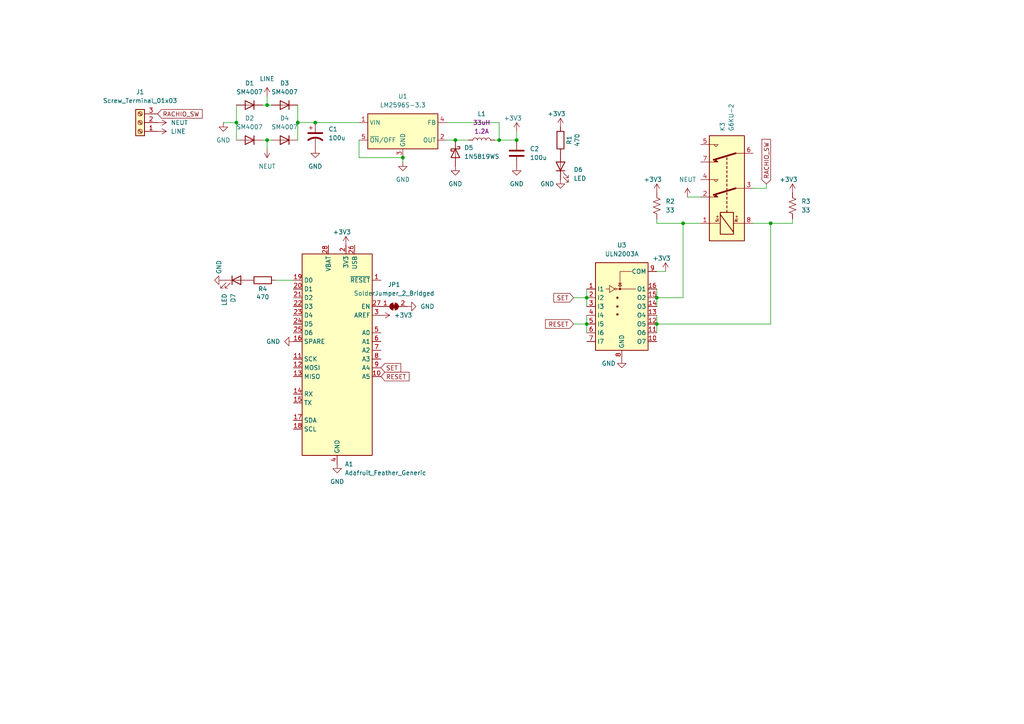
<source format=kicad_sch>
(kicad_sch (version 20230121) (generator eeschema)
  (paper "A4")
  (lib_symbols
    (symbol "Connector:Screw_Terminal_01x03" (pin_names (offset 1.016) hide)
      (property "Reference" "J" (at 0 5.08 0))
      (property "Value" "Screw_Terminal_01x03" (at 0 -5.08 0))
      (symbol "Screw_Terminal_01x03_1_1"
        (rectangle (start -1.27 3.81) (end 1.27 -3.81) (stroke (width 0.254)) (fill (type background)))
        (circle (center 0 -2.54) (radius 0.635) (stroke (width 0.1524)))
        (polyline (pts (xy -0.5334 -2.2098) (xy 0.3302 -3.048)) (stroke (width 0.1524)))
        (polyline (pts (xy -0.5334 0.3302) (xy 0.3302 -0.508)) (stroke (width 0.1524)))
        (polyline (pts (xy -0.5334 2.8702) (xy 0.3302 2.032)) (stroke (width 0.1524)))
        (polyline (pts (xy -0.3556 -2.032) (xy 0.508 -2.8702)) (stroke (width 0.1524)))
        (polyline (pts (xy -0.3556 0.508) (xy 0.508 -0.3302)) (stroke (width 0.1524)))
        (polyline (pts (xy -0.3556 3.048) (xy 0.508 2.2098)) (stroke (width 0.1524)))
        (circle (center 0 0) (radius 0.635) (stroke (width 0.1524)))
        (circle (center 0 2.54) (radius 0.635) (stroke (width 0.1524)))
        (pin passive line (at -5.08 2.54 0) (length 3.81) (name "Pin_1") (number "1"))
        (pin passive line (at -5.08 0 0) (length 3.81) (name "Pin_2") (number "2"))
        (pin passive line (at -5.08 -2.54 0) (length 3.81) (name "Pin_3") (number "3"))
      )
    )
    (symbol "Device:C" (pin_numbers hide) (pin_names (offset 0.254))
      (property "Reference" "C" (at 0.635 2.54 0))
      (property "Value" "C" (at 0.635 -2.54 0))
      (symbol "C_0_1"
        (polyline (pts (xy -2.032 -0.762) (xy 2.032 -0.762)) (stroke (width 0.508)))
        (polyline (pts (xy -2.032 0.762) (xy 2.032 0.762)) (stroke (width 0.508)))
      )
      (symbol "C_1_1"
        (pin passive line (at 0 3.81 270) (length 2.794) (name "~") (number "1"))
        (pin passive line (at 0 -3.81 90) (length 2.794) (name "~") (number "2"))
      )
    )
    (symbol "Device:C_Polarized_US" (pin_numbers hide) (pin_names (offset 0.254) hide)
      (property "Reference" "C" (at 0.635 2.54 0))
      (property "Value" "C_Polarized_US" (at 0.635 -2.54 0))
      (symbol "C_Polarized_US_0_1"
        (polyline (pts (xy -2.032 0.762) (xy 2.032 0.762)) (stroke (width 0.508)))
        (polyline (pts (xy -1.778 2.286) (xy -0.762 2.286)))
        (polyline (pts (xy -1.27 1.778) (xy -1.27 2.794)))
        (arc (start 2.032 -1.27) (mid 0 -0.5572) (end -2.032 -1.27) (stroke (width 0.508)))
      )
      (symbol "C_Polarized_US_1_1"
        (pin passive line (at 0 3.81 270) (length 2.794) (name "~") (number "1"))
        (pin passive line (at 0 -3.81 90) (length 3.302) (name "~") (number "2"))
      )
    )
    (symbol "Device:LED" (pin_numbers hide) (pin_names (offset 1.016) hide)
      (property "Reference" "D" (at 0 2.54 0))
      (property "Value" "LED" (at 0 -2.54 0))
      (symbol "LED_0_1"
        (polyline (pts (xy -1.27 -1.27) (xy -1.27 1.27)) (stroke (width 0.254)))
        (polyline (pts (xy -1.27 0) (xy 1.27 0)))
        (polyline (pts (xy 1.27 -1.27) (xy 1.27 1.27) (xy -1.27 0) (xy 1.27 -1.27)) (stroke (width 0.254)))
        (polyline (pts (xy -3.048 -0.762) (xy -4.572 -2.286) (xy -3.81 -2.286) (xy -4.572 -2.286) (xy -4.572 -1.524)))
        (polyline (pts (xy -1.778 -0.762) (xy -3.302 -2.286) (xy -2.54 -2.286) (xy -3.302 -2.286) (xy -3.302 -1.524)))
      )
      (symbol "LED_1_1"
        (pin passive line (at -3.81 0 0) (length 2.54) (name "K") (number "1"))
        (pin passive line (at 3.81 0 180) (length 2.54) (name "A") (number "2"))
      )
    )
    (symbol "Device:R" (pin_numbers hide) (pin_names (offset 0))
      (property "Reference" "R" (at 2.032 0 90))
      (property "Value" "R" (at 0 0 90))
      (symbol "R_0_1"
        (rectangle (start -1.016 -2.54) (end 1.016 2.54) (stroke (width 0.254)))
      )
      (symbol "R_1_1"
        (pin passive line (at 0 3.81 270) (length 1.27) (name "~") (number "1"))
        (pin passive line (at 0 -3.81 90) (length 1.27) (name "~") (number "2"))
      )
    )
    (symbol "Device:R_US" (pin_numbers hide) (pin_names (offset 0))
      (property "Reference" "R" (at 2.54 0 90))
      (property "Value" "R_US" (at -2.54 0 90))
      (symbol "R_US_0_1"
        (polyline (pts (xy 0 -2.286) (xy 0 -2.54)))
        (polyline (pts (xy 0 2.286) (xy 0 2.54)))
        (polyline (pts (xy 0 -0.762) (xy 1.016 -1.143) (xy 0 -1.524) (xy -1.016 -1.905) (xy 0 -2.286)))
        (polyline (pts (xy 0 0.762) (xy 1.016 0.381) (xy 0 0) (xy -1.016 -0.381) (xy 0 -0.762)))
        (polyline (pts (xy 0 2.286) (xy 1.016 1.905) (xy 0 1.524) (xy -1.016 1.143) (xy 0 0.762)))
      )
      (symbol "R_US_1_1"
        (pin passive line (at 0 3.81 270) (length 1.27) (name "~") (number "1"))
        (pin passive line (at 0 -3.81 90) (length 1.27) (name "~") (number "2"))
      )
    )
    (symbol "Diode:1N5819WS" (pin_numbers hide) (pin_names (offset 1.016) hide)
      (property "Reference" "D" (at 0 2.54 0))
      (property "Value" "1N5819WS" (at 0 -2.54 0))
      (symbol "1N5819WS_0_1"
        (polyline (pts (xy 1.27 0) (xy -1.27 0)))
        (polyline (pts (xy 1.27 1.27) (xy 1.27 -1.27) (xy -1.27 0) (xy 1.27 1.27)) (stroke (width 0.254)))
        (polyline (pts (xy -1.905 0.635) (xy -1.905 1.27) (xy -1.27 1.27) (xy -1.27 -1.27) (xy -0.635 -1.27) (xy -0.635 -0.635)) (stroke (width 0.254)))
      )
      (symbol "1N5819WS_1_1"
        (pin passive line (at -3.81 0 0) (length 2.54) (name "K") (number "1"))
        (pin passive line (at 3.81 0 180) (length 2.54) (name "A") (number "2"))
      )
    )
    (symbol "Diode:SM4007" (pin_numbers hide) (pin_names hide)
      (property "Reference" "D" (at 0 2.54 0))
      (property "Value" "SM4007" (at 0 -2.54 0))
      (symbol "SM4007_0_1"
        (polyline (pts (xy -1.27 1.27) (xy -1.27 -1.27)) (stroke (width 0.254)))
        (polyline (pts (xy 1.27 0) (xy -1.27 0)))
        (polyline (pts (xy 1.27 1.27) (xy 1.27 -1.27) (xy -1.27 0) (xy 1.27 1.27)) (stroke (width 0.254)))
      )
      (symbol "SM4007_1_1"
        (pin passive line (at -3.81 0 0) (length 2.54) (name "K") (number "1"))
        (pin passive line (at 3.81 0 180) (length 2.54) (name "A") (number "2"))
      )
    )
    (symbol "Jumper:SolderJumper_2_Bridged" (pin_names (offset 0) hide)
      (property "Reference" "JP" (at 0 2.032 0))
      (property "Value" "SolderJumper_2_Bridged" (at 0 -2.54 0))
      (symbol "SolderJumper_2_Bridged_0_1"
        (rectangle (start -0.508 0.508) (end 0.508 -0.508) (fill (type outline)))
        (arc (start -0.254 1.016) (mid -1.2656 0) (end -0.254 -1.016))
        (arc (start -0.254 1.016) (mid -1.2656 0) (end -0.254 -1.016) (fill (type outline)))
        (polyline (pts (xy -0.254 1.016) (xy -0.254 -1.016)))
        (polyline (pts (xy 0.254 1.016) (xy 0.254 -1.016)))
        (arc (start 0.254 -1.016) (mid 1.2656 0) (end 0.254 1.016))
        (arc (start 0.254 -1.016) (mid 1.2656 0) (end 0.254 1.016) (fill (type outline)))
      )
      (symbol "SolderJumper_2_Bridged_1_1"
        (pin passive line (at -3.81 0 0) (length 2.54) (name "A") (number "1"))
        (pin passive line (at 3.81 0 180) (length 2.54) (name "B") (number "2"))
      )
    )
    (symbol "MCU_Module:Adafruit_Feather_Generic"
      (property "Reference" "A" (at -10.16 29.21 0))
      (property "Value" "Adafruit_Feather_Generic" (at 2.54 -31.75 0))
      (symbol "Adafruit_Feather_Generic_0_1"
        (rectangle (start -10.16 27.94) (end 10.16 -30.48) (stroke (width 0.254)) (fill (type background)))
      )
      (symbol "Adafruit_Feather_Generic_1_1"
        (pin input line (at 12.7 20.32 180) (length 2.54) (name "~{RESET}") (number "1"))
        (pin bidirectional line (at 12.7 -7.62 180) (length 2.54) (name "A5") (number "10"))
        (pin bidirectional line (at -12.7 -2.54 0) (length 2.54) (name "SCK") (number "11"))
        (pin bidirectional line (at -12.7 -5.08 0) (length 2.54) (name "MOSI") (number "12"))
        (pin bidirectional line (at -12.7 -7.62 0) (length 2.54) (name "MISO") (number "13"))
        (pin bidirectional line (at -12.7 -12.7 0) (length 2.54) (name "RX") (number "14"))
        (pin bidirectional line (at -12.7 -15.24 0) (length 2.54) (name "TX") (number "15"))
        (pin bidirectional line (at -12.7 2.54 0) (length 2.54) (name "SPARE") (number "16"))
        (pin bidirectional line (at -12.7 -20.32 0) (length 2.54) (name "SDA") (number "17"))
        (pin bidirectional line (at -12.7 -22.86 0) (length 2.54) (name "SCL") (number "18"))
        (pin bidirectional line (at -12.7 20.32 0) (length 2.54) (name "D0") (number "19"))
        (pin power_in line (at 2.54 30.48 270) (length 2.54) (name "3V3") (number "2"))
        (pin bidirectional line (at -12.7 17.78 0) (length 2.54) (name "D1") (number "20"))
        (pin bidirectional line (at -12.7 15.24 0) (length 2.54) (name "D2") (number "21"))
        (pin bidirectional line (at -12.7 12.7 0) (length 2.54) (name "D3") (number "22"))
        (pin bidirectional line (at -12.7 10.16 0) (length 2.54) (name "D4") (number "23"))
        (pin bidirectional line (at -12.7 7.62 0) (length 2.54) (name "D5") (number "24"))
        (pin bidirectional line (at -12.7 5.08 0) (length 2.54) (name "D6") (number "25"))
        (pin power_in line (at 5.08 30.48 270) (length 2.54) (name "USB") (number "26"))
        (pin input line (at 12.7 12.7 180) (length 2.54) (name "EN") (number "27"))
        (pin power_in line (at -2.54 30.48 270) (length 2.54) (name "VBAT") (number "28"))
        (pin input line (at 12.7 10.16 180) (length 2.54) (name "AREF") (number "3"))
        (pin power_in line (at 0 -33.02 90) (length 2.54) (name "GND") (number "4"))
        (pin bidirectional line (at 12.7 5.08 180) (length 2.54) (name "A0") (number "5"))
        (pin bidirectional line (at 12.7 2.54 180) (length 2.54) (name "A1") (number "6"))
        (pin bidirectional line (at 12.7 0 180) (length 2.54) (name "A2") (number "7"))
        (pin bidirectional line (at 12.7 -2.54 180) (length 2.54) (name "A3") (number "8"))
        (pin bidirectional line (at 12.7 -5.08 180) (length 2.54) (name "A4") (number "9"))
      )
    )
    (symbol "PCM_4ms_Inductor:10uH_1.0A_4018" (pin_numbers hide) (pin_names (offset 1.016) hide)
      (property "Reference" "L" (at -1.27 0 90))
      (property "Display" "10uH" (at 2.54 0 90))
      (property "Display 2" "1.2A" (at 4.318 -0.0508 90))
      (symbol "10uH_1.0A_4018_0_1"
        (arc (start 0 -2.54) (mid 0.6323 -1.905) (end 0 -1.27))
        (arc (start 0 -1.27) (mid 0.6323 -0.635) (end 0 0))
        (arc (start 0 0) (mid 0.6323 0.635) (end 0 1.27))
        (arc (start 0 1.27) (mid 0.6323 1.905) (end 0 2.54))
      )
      (symbol "10uH_1.0A_4018_1_1"
        (pin passive line (at 0 3.81 270) (length 1.27) (name "1") (number "1"))
        (pin passive line (at 0 -3.81 90) (length 1.27) (name "2") (number "2"))
      )
    )
    (symbol "Regulator_Switching:LM2596S-3.3"
      (property "Reference" "U" (at -10.16 6.35 0))
      (property "Value" "LM2596S-3.3" (at 0 6.35 0))
      (symbol "LM2596S-3.3_0_1"
        (rectangle (start -10.16 5.08) (end 10.16 -5.08) (stroke (width 0.254)) (fill (type background)))
      )
      (symbol "LM2596S-3.3_1_1"
        (pin power_in line (at -12.7 2.54 0) (length 2.54) (name "VIN") (number "1"))
        (pin output line (at 12.7 -2.54 180) (length 2.54) (name "OUT") (number "2"))
        (pin power_in line (at 0 -7.62 90) (length 2.54) (name "GND") (number "3"))
        (pin input line (at 12.7 2.54 180) (length 2.54) (name "FB") (number "4"))
        (pin input line (at -12.7 -2.54 0) (length 2.54) (name "~{ON}/OFF") (number "5"))
      )
    )
    (symbol "Relay:G6KU-2"
      (property "Reference" "K" (at 16.51 3.81 0))
      (property "Value" "G6KU-2" (at 16.51 1.27 0))
      (symbol "G6KU-2_0_0"
        (text "R:+" (at -8.763 -2.794 0) (effects (font (size 0.762 0.762))))
        (text "S:+" (at -8.763 2.794 0) (effects (font (size 0.762 0.762))))
      )
      (symbol "G6KU-2_0_1"
        (rectangle (start -15.24 5.08) (end 15.24 -5.08) (stroke (width 0.254)) (fill (type background)))
        (rectangle (start -13.335 1.905) (end -6.985 -1.905) (stroke (width 0.254)))
        (polyline (pts (xy -12.7 -1.905) (xy -7.62 1.905)) (stroke (width 0.254)))
        (polyline (pts (xy -10.16 -5.08) (xy -10.16 -1.905)))
        (polyline (pts (xy -10.16 5.08) (xy -10.16 1.905)))
        (polyline (pts (xy -6.985 0) (xy -6.35 0)) (stroke (width 0.254)))
        (polyline (pts (xy -5.715 0) (xy -5.08 0)) (stroke (width 0.254)))
        (polyline (pts (xy -4.445 0) (xy -3.81 0)) (stroke (width 0.254)))
        (polyline (pts (xy -3.175 0) (xy -2.54 0)) (stroke (width 0.254)))
        (polyline (pts (xy -1.905 0) (xy -1.27 0)) (stroke (width 0.254)))
        (polyline (pts (xy -0.635 0) (xy 0 0)) (stroke (width 0.254)))
        (polyline (pts (xy 0 -2.54) (xy -1.905 3.81)) (stroke (width 0.508)))
        (polyline (pts (xy 0 -2.54) (xy 0 -5.08)))
        (polyline (pts (xy 0.635 0) (xy 1.27 0)) (stroke (width 0.254)))
        (polyline (pts (xy 1.905 0) (xy 2.54 0)) (stroke (width 0.254)))
        (polyline (pts (xy 3.175 0) (xy 3.81 0)) (stroke (width 0.254)))
        (polyline (pts (xy 4.445 0) (xy 5.08 0)) (stroke (width 0.254)))
        (polyline (pts (xy 5.715 0) (xy 6.35 0)) (stroke (width 0.254)))
        (polyline (pts (xy 6.985 0) (xy 7.62 0)) (stroke (width 0.254)))
        (polyline (pts (xy 8.255 0) (xy 8.89 0)) (stroke (width 0.254)))
        (polyline (pts (xy 10.16 -2.54) (xy 8.255 3.81)) (stroke (width 0.508)))
        (polyline (pts (xy 10.16 -2.54) (xy 10.16 -5.08)))
        (polyline (pts (xy -2.54 5.08) (xy -2.54 2.54) (xy -1.905 3.175) (xy -2.54 3.81)) (fill (type outline)))
        (polyline (pts (xy 2.54 5.08) (xy 2.54 2.54) (xy 1.905 3.175) (xy 2.54 3.81)))
        (polyline (pts (xy 7.62 5.08) (xy 7.62 2.54) (xy 8.255 3.175) (xy 7.62 3.81)) (fill (type outline)))
        (polyline (pts (xy 12.7 5.08) (xy 12.7 2.54) (xy 12.065 3.175) (xy 12.7 3.81)))
      )
      (symbol "G6KU-2_1_1"
        (pin passive line (at -10.16 7.62 270) (length 2.54) (name "~") (number "1"))
        (pin passive line (at -2.54 7.62 270) (length 2.54) (name "~") (number "2"))
        (pin passive line (at 0 -7.62 90) (length 2.54) (name "~") (number "3"))
        (pin passive line (at 2.54 7.62 270) (length 2.54) (name "~") (number "4"))
        (pin passive line (at 12.7 7.62 270) (length 2.54) (name "~") (number "5"))
        (pin passive line (at 10.16 -7.62 90) (length 2.54) (name "~") (number "6"))
        (pin passive line (at 7.62 7.62 270) (length 2.54) (name "~") (number "7"))
        (pin passive line (at -10.16 -7.62 90) (length 2.54) (name "~") (number "8"))
      )
    )
    (symbol "Transistor_Array:ULN2003A"
      (property "Reference" "U" (at 0 15.875 0))
      (property "Value" "ULN2003A" (at 0 13.97 0))
      (symbol "ULN2003A_0_1"
        (rectangle (start -7.62 -12.7) (end 7.62 12.7) (stroke (width 0.254)) (fill (type background)))
        (circle (center -1.778 5.08) (radius 0.254))
        (circle (center -1.27 -2.286) (radius 0.254) (fill (type outline)))
        (circle (center -1.27 0) (radius 0.254) (fill (type outline)))
        (circle (center -1.27 2.54) (radius 0.254) (fill (type outline)))
        (circle (center -0.508 5.08) (radius 0.254) (fill (type outline)))
        (polyline (pts (xy -4.572 5.08) (xy -3.556 5.08)))
        (polyline (pts (xy -1.524 5.08) (xy 4.064 5.08)))
        (polyline (pts (xy 0 6.731) (xy -1.016 6.731)))
        (polyline (pts (xy -0.508 5.08) (xy -0.508 10.16) (xy 2.921 10.16)))
        (polyline (pts (xy -3.556 6.096) (xy -3.556 4.064) (xy -2.032 5.08) (xy -3.556 6.096)))
        (polyline (pts (xy 0 5.969) (xy -1.016 5.969) (xy -0.508 6.731) (xy 0 5.969)))
      )
      (symbol "ULN2003A_1_1"
        (pin input line (at -10.16 5.08 0) (length 2.54) (name "I1") (number "1"))
        (pin open_collector line (at 10.16 -10.16 180) (length 2.54) (name "O7") (number "10"))
        (pin open_collector line (at 10.16 -7.62 180) (length 2.54) (name "O6") (number "11"))
        (pin open_collector line (at 10.16 -5.08 180) (length 2.54) (name "O5") (number "12"))
        (pin open_collector line (at 10.16 -2.54 180) (length 2.54) (name "O4") (number "13"))
        (pin open_collector line (at 10.16 0 180) (length 2.54) (name "O3") (number "14"))
        (pin open_collector line (at 10.16 2.54 180) (length 2.54) (name "O2") (number "15"))
        (pin open_collector line (at 10.16 5.08 180) (length 2.54) (name "O1") (number "16"))
        (pin input line (at -10.16 2.54 0) (length 2.54) (name "I2") (number "2"))
        (pin input line (at -10.16 0 0) (length 2.54) (name "I3") (number "3"))
        (pin input line (at -10.16 -2.54 0) (length 2.54) (name "I4") (number "4"))
        (pin input line (at -10.16 -5.08 0) (length 2.54) (name "I5") (number "5"))
        (pin input line (at -10.16 -7.62 0) (length 2.54) (name "I6") (number "6"))
        (pin input line (at -10.16 -10.16 0) (length 2.54) (name "I7") (number "7"))
        (pin power_in line (at 0 -15.24 90) (length 2.54) (name "GND") (number "8"))
        (pin passive line (at 10.16 10.16 180) (length 2.54) (name "COM") (number "9"))
      )
    )
    (symbol "power:+3.3V" (power) (pin_names (offset 0))
      (property "Value" "+3.3V" (at 0 3.556 0))
      (symbol "+3.3V_0_1"
        (polyline (pts (xy -0.762 1.27) (xy 0 2.54)))
        (polyline (pts (xy 0 0) (xy 0 2.54)))
        (polyline (pts (xy 0 2.54) (xy 0.762 1.27)))
      )
      (symbol "+3.3V_1_1"
        (pin power_in line (at 0 0 90) (length 0) hide (name "+3V3") (number "1"))
      )
    )
    (symbol "power:GND" (power) (pin_names (offset 0))
      (property "Value" "GND" (at 0 -3.81 0))
      (symbol "GND_0_1"
        (polyline (pts (xy 0 0) (xy 0 -1.27) (xy 1.27 -1.27) (xy 0 -2.54) (xy -1.27 -1.27) (xy 0 -1.27)))
      )
      (symbol "GND_1_1"
        (pin power_in line (at 0 0 270) (length 0) hide (name "GND") (number "1"))
      )
    )
    (symbol "power:LINE" (power) (pin_names (offset 0))
      (property "Value" "LINE" (at 0 3.81 0))
      (symbol "LINE_0_1"
        (polyline (pts (xy -0.762 1.27) (xy 0 2.54)))
        (polyline (pts (xy 0 0) (xy 0 2.54)))
        (polyline (pts (xy 0 2.54) (xy 0.762 1.27)))
      )
      (symbol "LINE_1_1"
        (pin power_in line (at 0 0 90) (length 0) hide (name "LINE") (number "1"))
      )
    )
    (symbol "power:NEUT" (power) (pin_names (offset 0))
      (property "Value" "NEUT" (at 0 3.81 0))
      (symbol "NEUT_0_1"
        (polyline (pts (xy -0.762 1.27) (xy 0 2.54)))
        (polyline (pts (xy 0 0) (xy 0 2.54)))
        (polyline (pts (xy 0 2.54) (xy 0.762 1.27)))
      )
      (symbol "NEUT_1_1"
        (pin power_in line (at 0 0 90) (length 0) hide (name "NEUT") (number "1"))
      )
    )
  )
  (junction (at 223.52 64.77))
  (junction (at 68.58 35.56))
  (junction (at 144.78 40.64))
  (junction (at 190.5 86.36))
  (junction (at 86.36 35.56))
  (junction (at 170.18 93.98))
  (junction (at 116.84 45.72))
  (junction (at 77.47 40.64))
  (junction (at 91.44 35.56))
  (junction (at 190.5 93.98))
  (junction (at 77.47 30.48))
  (junction (at 198.12 64.77))
  (junction (at 149.86 40.64))
  (junction (at 170.18 86.36))
  (junction (at 132.08 40.64))
  (wire (pts (xy 104.14 45.72) (xy 116.84 45.72)))
  (wire (pts (xy 166.37 93.98) (xy 170.18 93.98)))
  (wire (pts (xy 170.18 86.36) (xy 170.18 88.9)))
  (wire (pts (xy 78.74 30.48) (xy 77.47 30.48)))
  (wire (pts (xy 144.78 40.64) (xy 149.86 40.64)))
  (wire (pts (xy 116.84 45.72) (xy 116.84 46.99)))
  (wire (pts (xy 190.5 86.36) (xy 198.12 86.36)))
  (wire (pts (xy 199.39 57.15) (xy 203.2 57.15)))
  (wire (pts (xy 68.58 30.48) (xy 68.58 35.56)))
  (wire (pts (xy 104.14 40.64) (xy 104.14 45.72)))
  (wire (pts (xy 144.78 35.56) (xy 144.78 40.64)))
  (wire (pts (xy 170.18 91.44) (xy 170.18 93.98)))
  (wire (pts (xy 77.47 40.64) (xy 77.47 43.18)))
  (wire (pts (xy 77.47 27.94) (xy 77.47 30.48)))
  (wire (pts (xy 223.52 93.98) (xy 223.52 64.77)))
  (wire (pts (xy 190.5 93.98) (xy 223.52 93.98)))
  (wire (pts (xy 86.36 35.56) (xy 91.44 35.56)))
  (wire (pts (xy 190.5 86.36) (xy 190.5 88.9)))
  (wire (pts (xy 222.25 54.61) (xy 218.44 54.61)))
  (wire (pts (xy 135.89 40.64) (xy 132.08 40.64)))
  (wire (pts (xy 77.47 40.64) (xy 78.74 40.64)))
  (wire (pts (xy 198.12 64.77) (xy 203.2 64.77)))
  (wire (pts (xy 85.09 81.28) (xy 80.01 81.28)))
  (wire (pts (xy 149.86 38.1) (xy 149.86 40.64)))
  (wire (pts (xy 190.5 64.77) (xy 190.5 63.5)))
  (wire (pts (xy 129.54 40.64) (xy 132.08 40.64)))
  (wire (pts (xy 198.12 86.36) (xy 198.12 64.77)))
  (wire (pts (xy 170.18 83.82) (xy 170.18 86.36)))
  (wire (pts (xy 190.5 91.44) (xy 190.5 93.98)))
  (wire (pts (xy 76.2 40.64) (xy 77.47 40.64)))
  (wire (pts (xy 222.25 53.34) (xy 222.25 54.61)))
  (wire (pts (xy 198.12 64.77) (xy 190.5 64.77)))
  (wire (pts (xy 64.77 35.56) (xy 68.58 35.56)))
  (wire (pts (xy 91.44 35.56) (xy 104.14 35.56)))
  (wire (pts (xy 170.18 93.98) (xy 170.18 96.52)))
  (wire (pts (xy 190.5 83.82) (xy 190.5 86.36)))
  (wire (pts (xy 223.52 64.77) (xy 229.87 64.77)))
  (wire (pts (xy 144.78 40.64) (xy 143.51 40.64)))
  (wire (pts (xy 68.58 35.56) (xy 68.58 40.64)))
  (wire (pts (xy 229.87 64.77) (xy 229.87 63.5)))
  (wire (pts (xy 86.36 35.56) (xy 86.36 40.64)))
  (wire (pts (xy 190.5 78.74) (xy 193.04 78.74)))
  (wire (pts (xy 218.44 64.77) (xy 223.52 64.77)))
  (wire (pts (xy 77.47 30.48) (xy 76.2 30.48)))
  (wire (pts (xy 129.54 35.56) (xy 144.78 35.56)))
  (wire (pts (xy 166.37 86.36) (xy 170.18 86.36)))
  (wire (pts (xy 190.5 93.98) (xy 190.5 96.52)))
  (wire (pts (xy 86.36 30.48) (xy 86.36 35.56)))
  (global_label "SET" (shape input) (at 166.37 86.36 180) (property "Intersheetrefs" "${INTERSHEET_REFS}" (effects hide)))
  (global_label "SET" (shape input) (at 110.49 106.68 0) (property "Intersheetrefs" "${INTERSHEET_REFS}" (effects hide)))
  (global_label "RACHIO_SW" (shape input) (at 45.72 33.02 0) (property "Intersheetrefs" "${INTERSHEET_REFS}" (effects hide)))
  (global_label "RACHIO_SW" (shape input) (at 222.25 53.34 90) (property "Intersheetrefs" "${INTERSHEET_REFS}" (effects hide)))
  (global_label "RESET" (shape input) (at 166.37 93.98 180) (property "Intersheetrefs" "${INTERSHEET_REFS}" (effects hide)))
  (global_label "RESET" (shape input) (at 110.49 109.22 0) (property "Intersheetrefs" "${INTERSHEET_REFS}" (effects hide)))
  (symbol (lib_id "Device:R_US") (at 190.5 59.69 0) (unit 1)
    (property "Reference" "R2" (at 193.04 58.42 0) (effects (justify left)))
    (property "Value" "33" (at 193.04 60.96 0) (effects (justify left)))
    (property "Footprint" "Resistor_SMD:R_0402_1005Metric" (effects hide))
  )
  (symbol (lib_id "power:LINE") (at 77.47 27.94 0) (unit 1)
    (property "Reference" "#PWR04" (effects hide))
    (property "Value" "LINE" (at 77.47 22.86 0))
  )
  (symbol (lib_id "power:+3.3V") (at 100.33 71.12 0) (unit 1)
    (property "Reference" "#PWR08" (effects hide))
    (property "Value" "+3.3V" (at 96.52 67.31 0) (effects (justify left)))
  )
  (symbol (lib_id "power:GND") (at 118.11 88.9 90) (unit 1)
    (property "Reference" "#PWR019" (effects hide))
    (property "Value" "GND" (at 121.92 88.9 90) (effects (justify right)))
  )
  (symbol (lib_id "power:GND") (at 116.84 46.99 0) (unit 1)
    (property "Reference" "#PWR09" (effects hide))
    (property "Value" "GND" (at 116.84 52.07 0))
  )
  (symbol (lib_id "Device:R") (at 76.2 81.28 270) (unit 1)
    (property "Reference" "R4" (at 76.2 83.82 90))
    (property "Value" "470" (at 76.2 86.1314 90))
    (property "Footprint" "Resistor_SMD:R_0402_1005Metric" (effects hide))
  )
  (symbol (lib_id "power:GND") (at 85.09 99.06 270) (unit 1)
    (property "Reference" "#PWR023" (effects hide))
    (property "Value" "GND" (at 81.28 99.06 90) (effects (justify right)))
  )
  (symbol (lib_id "Jumper:SolderJumper_2_Bridged") (at 114.3 88.9 0) (unit 1)
    (property "Reference" "JP1" (at 114.3 82.55 0))
    (property "Value" "SolderJumper_2_Bridged" (at 114.3 85.09 0))
    (property "Footprint" "Jumper:SolderJumper-2_P1.3mm_Bridged_RoundedPad1.0x1.5mm" (effects hide))
  )
  (symbol (lib_id "Device:LED") (at 162.56 48.26 90) (unit 1)
    (property "Reference" "D6" (at 166.37 49.2125 90) (effects (justify right)))
    (property "Value" "LED" (at 166.37 51.7525 90) (effects (justify right)))
    (property "Footprint" "LED_SMD:LED_0603_1608Metric" (effects hide))
  )
  (symbol (lib_id "power:+3.3V") (at 149.86 38.1 0) (unit 1)
    (property "Reference" "#PWR011" (effects hide))
    (property "Value" "+3.3V" (at 146.05 34.29 0) (effects (justify left)))
  )
  (symbol (lib_id "power:GND") (at 132.08 48.26 0) (unit 1)
    (property "Reference" "#PWR010" (effects hide))
    (property "Value" "GND" (at 132.08 53.34 0))
  )
  (symbol (lib_id "Connector:Screw_Terminal_01x03") (at 40.64 35.56 180) (unit 1)
    (property "Reference" "J1" (at 40.64 26.67 0))
    (property "Value" "Screw_Terminal_01x03" (at 40.64 29.21 0))
    (property "Footprint" "TerminalBlock_Phoenix:TerminalBlock_Phoenix_PT-1,5-3-3.5-H_1x03_P3.50mm_Horizontal" (effects hide))
  )
  (symbol (lib_id "Device:LED") (at 68.58 81.28 0) (unit 1)
    (property "Reference" "D7" (at 67.6275 85.09 90) (effects (justify right)))
    (property "Value" "LED" (at 65.0875 85.09 90) (effects (justify right)))
    (property "Footprint" "LED_SMD:LED_0603_1608Metric" (effects hide))
  )
  (symbol (lib_id "Device:R") (at 162.56 40.64 0) (unit 1)
    (property "Reference" "R1" (at 165.1 40.64 90))
    (property "Value" "470" (at 167.4114 40.64 90))
    (property "Footprint" "Resistor_SMD:R_0402_1005Metric" (effects hide))
  )
  (symbol (lib_id "power:GND") (at 149.86 48.26 0) (unit 1)
    (property "Reference" "#PWR012" (effects hide))
    (property "Value" "GND" (at 149.86 53.34 0))
  )
  (symbol (lib_id "power:+3.3V") (at 193.04 78.74 0) (unit 1)
    (property "Reference" "#PWR016" (effects hide))
    (property "Value" "+3.3V" (at 189.23 74.93 0) (effects (justify left)))
  )
  (symbol (lib_id "power:+3.3V") (at 110.49 91.44 270) (unit 1)
    (property "Reference" "#PWR018" (effects hide))
    (property "Value" "+3.3V" (at 114.3 91.44 90) (effects (justify left)))
  )
  (symbol (lib_id "Diode:SM4007") (at 72.39 40.64 180) (unit 1)
    (property "Reference" "D2" (at 72.39 34.29 0))
    (property "Value" "SM4007" (at 72.39 36.83 0))
    (property "Footprint" "Diode_SMD:D_SOD-123" (effects hide))
    (property "Datasheet" "http://cdn-reichelt.de/documents/datenblatt/A400/SMD1N400%23DIO.pdf" (effects hide))
    (property "Sim.Device" "D" (effects hide))
    (property "Sim.Pins" "1=K 2=A" (effects hide))
  )
  (symbol (lib_id "power:NEUT") (at 45.72 35.56 270) (unit 1)
    (property "Reference" "#PWR01" (effects hide))
    (property "Value" "NEUT" (at 49.53 35.56 90) (effects (justify left)))
  )
  (symbol (lib_id "power:GND") (at 64.77 81.28 270) (unit 1)
    (property "Reference" "#PWR022" (effects hide))
    (property "Value" "GND" (at 63.5 77.47 0))
  )
  (symbol (lib_id "power:GND") (at 180.34 104.14 0) (unit 1)
    (property "Reference" "#PWR015" (effects hide))
    (property "Value" "GND" (at 176.53 105.41 0))
  )
  (symbol (lib_id "Device:C") (at 149.86 44.45 0) (unit 1)
    (property "Reference" "C2" (at 153.67 43.18 0) (effects (justify left)))
    (property "Value" "100u" (at 153.67 45.72 0) (effects (justify left)))
    (property "Footprint" "Capacitor_SMD:C_1206_3216Metric" (effects hide))
  )
  (symbol (lib_id "power:GND") (at 91.44 43.18 0) (unit 1)
    (property "Reference" "#PWR06" (effects hide))
    (property "Value" "GND" (at 91.44 48.26 0))
  )
  (symbol (lib_id "power:+3.3V") (at 162.56 36.83 0) (unit 1)
    (property "Reference" "#PWR013" (effects hide))
    (property "Value" "+3.3V" (at 158.75 33.02 0) (effects (justify left)))
  )
  (symbol (lib_id "Diode:SM4007") (at 72.39 30.48 180) (unit 1)
    (property "Reference" "D1" (at 72.39 24.13 0))
    (property "Value" "SM4007" (at 72.39 26.67 0))
    (property "Footprint" "Diode_SMD:D_SOD-123" (effects hide))
    (property "Datasheet" "http://cdn-reichelt.de/documents/datenblatt/A400/SMD1N400%23DIO.pdf" (effects hide))
    (property "Sim.Device" "D" (effects hide))
    (property "Sim.Pins" "1=K 2=A" (effects hide))
  )
  (symbol (lib_id "Device:C_Polarized_US") (at 91.44 39.37 0) (unit 1)
    (property "Reference" "C1" (at 95.25 37.465 0) (effects (justify left)))
    (property "Value" "100u" (at 95.25 40.005 0) (effects (justify left)))
    (property "Footprint" "Capacitor_THT:CP_Radial_D8.0mm_P3.50mm" (effects hide))
  )
  (symbol (lib_id "MCU_Module:Adafruit_Feather_Generic") (at 97.79 101.6 0) (unit 1)
    (property "Reference" "A1" (at 99.9841 134.62 0) (effects (justify left)))
    (property "Value" "Adafruit_Feather_Generic" (at 99.9841 137.16 0) (effects (justify left)))
    (property "Footprint" "Module:Adafruit_Feather_WithMountingHoles" (effects hide))
    (property "Datasheet" "https://cdn-learn.adafruit.com/downloads/pdf/adafruit-feather.pdf" (effects hide))
  )
  (symbol (lib_id "Regulator_Switching:LM2596S-3.3") (at 116.84 38.1 0) (unit 1)
    (property "Reference" "U1" (at 116.84 27.94 0))
    (property "Value" "LM2596S-3.3" (at 116.84 30.48 0))
    (property "Footprint" "Package_TO_SOT_SMD:TO-263-5_TabPin3" (effects hide))
    (property "Datasheet" "http://www.ti.com/lit/ds/symlink/lm2596.pdf" (effects hide))
  )
  (symbol (lib_id "power:GND") (at 64.77 35.56 0) (unit 1)
    (property "Reference" "#PWR03" (effects hide))
    (property "Value" "GND" (at 64.77 40.64 0))
  )
  (symbol (lib_id "power:NEUT") (at 77.47 43.18 180) (unit 1)
    (property "Reference" "#PWR05" (effects hide))
    (property "Value" "NEUT" (at 77.47 48.26 0))
  )
  (symbol (lib_id "Device:R_US") (at 229.87 59.69 0) (unit 1)
    (property "Reference" "R3" (at 232.41 58.42 0) (effects (justify left)))
    (property "Value" "33" (at 232.41 60.96 0) (effects (justify left)))
    (property "Footprint" "Resistor_SMD:R_0402_1005Metric" (effects hide))
  )
  (symbol (lib_id "power:GND") (at 162.56 52.07 0) (unit 1)
    (property "Reference" "#PWR014" (effects hide))
    (property "Value" "GND" (at 158.75 53.34 0))
  )
  (symbol (lib_id "power:GND") (at 97.79 134.62 0) (unit 1)
    (property "Reference" "#PWR07" (effects hide))
    (property "Value" "GND" (at 97.79 139.7 0))
  )
  (symbol (lib_id "power:LINE") (at 45.72 38.1 270) (unit 1)
    (property "Reference" "#PWR02" (effects hide))
    (property "Value" "LINE" (at 49.53 38.1 90) (effects (justify left)))
  )
  (symbol (lib_id "power:+3.3V") (at 229.87 55.88 0) (unit 1)
    (property "Reference" "#PWR021" (effects hide))
    (property "Value" "+3.3V" (at 226.06 52.07 0) (effects (justify left)))
  )
  (symbol (lib_id "PCM_4ms_Inductor:10uH_1.0A_4018") (at 139.7 40.64 90) (unit 1)
    (property "Reference" "L1" (at 139.7 33.02 90))
    (property "Value" "33uH" (effects hide))
    (property "Footprint" "Inductor_SMD:L_Taiyo-Yuden_NR-40xx" (effects hide))
    (property "Specifications" "10uH, Idc>1.2A, Rdc<=200mOhms, shielded" (effects hide))
    (property "Manufacturer" "Taiyo Yuden" (effects hide))
    (property "Part Number" "NRS4018T100MDGJ" (effects hide))
    (property "Display" "33uH" (at 139.7 35.56 90))
    (property "Display 2" "1.2A" (at 139.7 38.1 90))
  )
  (symbol (lib_id "Diode:SM4007") (at 82.55 40.64 180) (unit 1)
    (property "Reference" "D4" (at 82.55 34.29 0))
    (property "Value" "SM4007" (at 82.55 36.83 0))
    (property "Footprint" "Diode_SMD:D_SOD-123" (effects hide))
    (property "Datasheet" "http://cdn-reichelt.de/documents/datenblatt/A400/SMD1N400%23DIO.pdf" (effects hide))
    (property "Sim.Device" "D" (effects hide))
    (property "Sim.Pins" "1=K 2=A" (effects hide))
  )
  (symbol (lib_id "power:+3.3V") (at 190.5 55.88 0) (unit 1)
    (property "Reference" "#PWR020" (effects hide))
    (property "Value" "+3.3V" (at 186.69 52.07 0) (effects (justify left)))
  )
  (symbol (lib_id "Relay:G6KU-2") (at 210.82 54.61 90) (unit 1)
    (property "Reference" "K3" (at 209.55 38.1 0) (effects (justify left)))
    (property "Value" "G6KU-2" (at 212.09 38.1 0) (effects (justify left)))
    (property "Footprint" "Relay_THT:Relay_DPDT_Omron_G6K-2P-Y" (effects hide))
    (property "Datasheet" "http://omronfs.omron.com/en_US/ecb/products/pdf/en-g6k.pdf" (effects hide))
  )
  (symbol (lib_id "Diode:SM4007") (at 82.55 30.48 180) (unit 1)
    (property "Reference" "D3" (at 82.55 24.13 0))
    (property "Value" "SM4007" (at 82.55 26.67 0))
    (property "Footprint" "Diode_SMD:D_SOD-123" (effects hide))
    (property "Datasheet" "http://cdn-reichelt.de/documents/datenblatt/A400/SMD1N400%23DIO.pdf" (effects hide))
    (property "Sim.Device" "D" (effects hide))
    (property "Sim.Pins" "1=K 2=A" (effects hide))
  )
  (symbol (lib_id "Diode:1N5819WS") (at 132.08 44.45 270) (unit 1)
    (property "Reference" "D5" (at 134.62 42.8624 90) (effects (justify left)))
    (property "Value" "1N5819WS" (at 134.62 45.4024 90) (effects (justify left)))
    (property "Footprint" "Diode_SMD:D_SOD-123" (effects hide))
    (property "Datasheet" "https://datasheet.lcsc.com/lcsc/2204281430_Guangdong-Hottech-1N5819WS_C191023.pdf" (effects hide))
  )
  (symbol (lib_id "Transistor_Array:ULN2003A") (at 180.34 88.9 0) (unit 1)
    (property "Reference" "U3" (at 180.34 71.12 0))
    (property "Value" "ULN2003A" (at 180.34 73.66 0))
    (property "Footprint" "Package_SO:SOIC-16_3.9x9.9mm_P1.27mm" (effects hide))
    (property "Datasheet" "http://www.ti.com/lit/ds/symlink/uln2003a.pdf" (effects hide))
  )
  (symbol (lib_id "power:NEUT") (at 199.39 57.15 0) (unit 1)
    (property "Reference" "#PWR017" (effects hide))
    (property "Value" "NEUT" (at 201.93 52.07 0) (effects (justify right)))
  )
)
</source>
